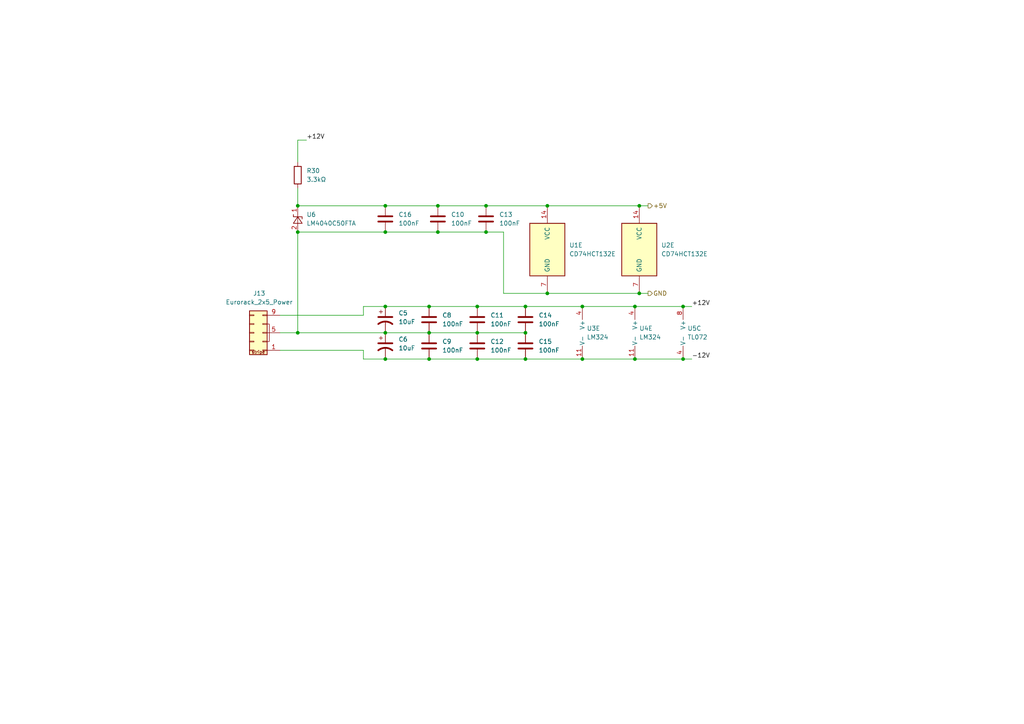
<source format=kicad_sch>
(kicad_sch (version 20250114) (generator "eeschema") (generator_version "9.0")
  (paper "A4")
  (title_block (title "ALU") (date "2025-04-06") (rev "v0.1") (company "Free Modular"))
  (lib_symbols
    (symbol "74xx:74HCT00" (pin_names (offset 1.016))
      (property "Reference" "U" (at 0 1.27 0))
      (property "Value" "74HCT00" (at 0 -1.27 0))
      (symbol "74HCT00_1_1"
        (arc (start 0 3.81) (mid 3.7934 0) (end 0 -3.81) (stroke (width 0.254)) (fill (type background)))
        (polyline (pts (xy 0 3.81) (xy -3.81 3.81) (xy -3.81 -3.81) (xy 0 -3.81)) (stroke (width 0.254)) (fill (type background)))
        (pin input line (at -7.62 2.54 0) (length 3.81) (name "~") (number "1"))
        (pin input line (at -7.62 -2.54 0) (length 3.81) (name "~") (number "2"))
        (pin output inverted (at 7.62 0 180) (length 3.81) (name "~") (number "3"))
      )
      (symbol "74HCT00_1_2"
        (arc (start -3.81 3.81) (mid -2.589 0) (end -3.81 -3.81) (stroke (width 0.254)))
        (polyline (pts (xy -3.81 3.81) (xy -0.635 3.81)) (stroke (width 0.254)) (fill (type background)))
        (polyline (pts (xy -3.81 -3.81) (xy -0.635 -3.81)) (stroke (width 0.254)) (fill (type background)))
        (arc (start 3.81 0) (mid 2.1855 -2.584) (end -0.6096 -3.81) (stroke (width 0.254)) (fill (type background)))
        (arc (start -0.6096 3.81) (mid 2.1928 2.5924) (end 3.81 0) (stroke (width 0.254)) (fill (type background)))
        (polyline (pts (xy -0.635 3.81) (xy -3.81 3.81) (xy -3.81 3.81) (xy -3.556 3.4036) (xy -3.0226 2.2606) (xy -2.6924 1.0414) (xy -2.6162 -0.254) (xy -2.7686 -1.4986) (xy -3.175 -2.7178) (xy -3.81 -3.81) (xy -3.81 -3.81) (xy -0.635 -3.81)) (stroke (width -25.4)) (fill (type background)))
        (pin input inverted (at -7.62 2.54 0) (length 4.318) (name "~") (number "1"))
        (pin input inverted (at -7.62 -2.54 0) (length 4.318) (name "~") (number "2"))
        (pin output line (at 7.62 0 180) (length 3.81) (name "~") (number "3"))
      )
      (symbol "74HCT00_2_1"
        (arc (start 0 3.81) (mid 3.7934 0) (end 0 -3.81) (stroke (width 0.254)) (fill (type background)))
        (polyline (pts (xy 0 3.81) (xy -3.81 3.81) (xy -3.81 -3.81) (xy 0 -3.81)) (stroke (width 0.254)) (fill (type background)))
        (pin input line (at -7.62 2.54 0) (length 3.81) (name "~") (number "4"))
        (pin input line (at -7.62 -2.54 0) (length 3.81) (name "~") (number "5"))
        (pin output inverted (at 7.62 0 180) (length 3.81) (name "~") (number "6"))
      )
      (symbol "74HCT00_2_2"
        (arc (start -3.81 3.81) (mid -2.589 0) (end -3.81 -3.81) (stroke (width 0.254)))
        (polyline (pts (xy -3.81 3.81) (xy -0.635 3.81)) (stroke (width 0.254)) (fill (type background)))
        (polyline (pts (xy -3.81 -3.81) (xy -0.635 -3.81)) (stroke (width 0.254)) (fill (type background)))
        (arc (start 3.81 0) (mid 2.1855 -2.584) (end -0.6096 -3.81) (stroke (width 0.254)) (fill (type background)))
        (arc (start -0.6096 3.81) (mid 2.1928 2.5924) (end 3.81 0) (stroke (width 0.254)) (fill (type background)))
        (polyline (pts (xy -0.635 3.81) (xy -3.81 3.81) (xy -3.81 3.81) (xy -3.556 3.4036) (xy -3.0226 2.2606) (xy -2.6924 1.0414) (xy -2.6162 -0.254) (xy -2.7686 -1.4986) (xy -3.175 -2.7178) (xy -3.81 -3.81) (xy -3.81 -3.81) (xy -0.635 -3.81)) (stroke (width -25.4)) (fill (type background)))
        (pin input inverted (at -7.62 2.54 0) (length 4.318) (name "~") (number "4"))
        (pin input inverted (at -7.62 -2.54 0) (length 4.318) (name "~") (number "5"))
        (pin output line (at 7.62 0 180) (length 3.81) (name "~") (number "6"))
      )
      (symbol "74HCT00_3_1"
        (arc (start 0 3.81) (mid 3.7934 0) (end 0 -3.81) (stroke (width 0.254)) (fill (type background)))
        (polyline (pts (xy 0 3.81) (xy -3.81 3.81) (xy -3.81 -3.81) (xy 0 -3.81)) (stroke (width 0.254)) (fill (type background)))
        (pin input line (at -7.62 2.54 0) (length 3.81) (name "~") (number "9"))
        (pin input line (at -7.62 -2.54 0) (length 3.81) (name "~") (number "10"))
        (pin output inverted (at 7.62 0 180) (length 3.81) (name "~") (number "8"))
      )
      (symbol "74HCT00_3_2"
        (arc (start -3.81 3.81) (mid -2.589 0) (end -3.81 -3.81) (stroke (width 0.254)))
        (polyline (pts (xy -3.81 3.81) (xy -0.635 3.81)) (stroke (width 0.254)) (fill (type background)))
        (polyline (pts (xy -3.81 -3.81) (xy -0.635 -3.81)) (stroke (width 0.254)) (fill (type background)))
        (arc (start 3.81 0) (mid 2.1855 -2.584) (end -0.6096 -3.81) (stroke (width 0.254)) (fill (type background)))
        (arc (start -0.6096 3.81) (mid 2.1928 2.5924) (end 3.81 0) (stroke (width 0.254)) (fill (type background)))
        (polyline (pts (xy -0.635 3.81) (xy -3.81 3.81) (xy -3.81 3.81) (xy -3.556 3.4036) (xy -3.0226 2.2606) (xy -2.6924 1.0414) (xy -2.6162 -0.254) (xy -2.7686 -1.4986) (xy -3.175 -2.7178) (xy -3.81 -3.81) (xy -3.81 -3.81) (xy -0.635 -3.81)) (stroke (width -25.4)) (fill (type background)))
        (pin input inverted (at -7.62 2.54 0) (length 4.318) (name "~") (number "9"))
        (pin input inverted (at -7.62 -2.54 0) (length 4.318) (name "~") (number "10"))
        (pin output line (at 7.62 0 180) (length 3.81) (name "~") (number "8"))
      )
      (symbol "74HCT00_4_1"
        (arc (start 0 3.81) (mid 3.7934 0) (end 0 -3.81) (stroke (width 0.254)) (fill (type background)))
        (polyline (pts (xy 0 3.81) (xy -3.81 3.81) (xy -3.81 -3.81) (xy 0 -3.81)) (stroke (width 0.254)) (fill (type background)))
        (pin input line (at -7.62 2.54 0) (length 3.81) (name "~") (number "12"))
        (pin input line (at -7.62 -2.54 0) (length 3.81) (name "~") (number "13"))
        (pin output inverted (at 7.62 0 180) (length 3.81) (name "~") (number "11"))
      )
      (symbol "74HCT00_4_2"
        (arc (start -3.81 3.81) (mid -2.589 0) (end -3.81 -3.81) (stroke (width 0.254)))
        (polyline (pts (xy -3.81 3.81) (xy -0.635 3.81)) (stroke (width 0.254)) (fill (type background)))
        (polyline (pts (xy -3.81 -3.81) (xy -0.635 -3.81)) (stroke (width 0.254)) (fill (type background)))
        (arc (start 3.81 0) (mid 2.1855 -2.584) (end -0.6096 -3.81) (stroke (width 0.254)) (fill (type background)))
        (arc (start -0.6096 3.81) (mid 2.1928 2.5924) (end 3.81 0) (stroke (width 0.254)) (fill (type background)))
        (polyline (pts (xy -0.635 3.81) (xy -3.81 3.81) (xy -3.81 3.81) (xy -3.556 3.4036) (xy -3.0226 2.2606) (xy -2.6924 1.0414) (xy -2.6162 -0.254) (xy -2.7686 -1.4986) (xy -3.175 -2.7178) (xy -3.81 -3.81) (xy -3.81 -3.81) (xy -0.635 -3.81)) (stroke (width -25.4)) (fill (type background)))
        (pin input inverted (at -7.62 2.54 0) (length 4.318) (name "~") (number "12"))
        (pin input inverted (at -7.62 -2.54 0) (length 4.318) (name "~") (number "13"))
        (pin output line (at 7.62 0 180) (length 3.81) (name "~") (number "11"))
      )
      (symbol "74HCT00_5_0"
        (pin power_in line (at 0 12.7 270) (length 5.08) (name "VCC") (number "14"))
        (pin power_in line (at 0 -12.7 90) (length 5.08) (name "GND") (number "7"))
      )
      (symbol "74HCT00_5_1"
        (rectangle (start -5.08 7.62) (end 5.08 -7.62) (stroke (width 0.254)) (fill (type background)))
      )
    )
    (symbol "Amplifier_Operational:LM324" (pin_names (offset 0.127))
      (property "Reference" "U" (at 0 5.08 0))
      (property "Value" "LM324" (at 0 -5.08 0))
      (symbol "LM324_1_1"
        (polyline (pts (xy -5.08 5.08) (xy 5.08 0) (xy -5.08 -5.08) (xy -5.08 5.08)) (stroke (width 0.254)) (fill (type background)))
        (pin input line (at -7.62 2.54 0) (length 2.54) (name "+") (number "3"))
        (pin input line (at -7.62 -2.54 0) (length 2.54) (name "-") (number "2"))
        (pin output line (at 7.62 0 180) (length 2.54) (name "~") (number "1"))
      )
      (symbol "LM324_2_1"
        (polyline (pts (xy -5.08 5.08) (xy 5.08 0) (xy -5.08 -5.08) (xy -5.08 5.08)) (stroke (width 0.254)) (fill (type background)))
        (pin input line (at -7.62 2.54 0) (length 2.54) (name "+") (number "5"))
        (pin input line (at -7.62 -2.54 0) (length 2.54) (name "-") (number "6"))
        (pin output line (at 7.62 0 180) (length 2.54) (name "~") (number "7"))
      )
      (symbol "LM324_3_1"
        (polyline (pts (xy -5.08 5.08) (xy 5.08 0) (xy -5.08 -5.08) (xy -5.08 5.08)) (stroke (width 0.254)) (fill (type background)))
        (pin input line (at -7.62 2.54 0) (length 2.54) (name "+") (number "10"))
        (pin input line (at -7.62 -2.54 0) (length 2.54) (name "-") (number "9"))
        (pin output line (at 7.62 0 180) (length 2.54) (name "~") (number "8"))
      )
      (symbol "LM324_4_1"
        (polyline (pts (xy -5.08 5.08) (xy 5.08 0) (xy -5.08 -5.08) (xy -5.08 5.08)) (stroke (width 0.254)) (fill (type background)))
        (pin input line (at -7.62 2.54 0) (length 2.54) (name "+") (number "12"))
        (pin input line (at -7.62 -2.54 0) (length 2.54) (name "-") (number "13"))
        (pin output line (at 7.62 0 180) (length 2.54) (name "~") (number "14"))
      )
      (symbol "LM324_5_1"
        (pin power_in line (at -2.54 7.62 270) (length 3.81) (name "V+") (number "4"))
        (pin power_in line (at -2.54 -7.62 90) (length 3.81) (name "V-") (number "11"))
      )
    )
    (symbol "Amplifier_Operational:TL072" (pin_names (offset 0.127))
      (property "Reference" "U" (at 0 5.08 0))
      (property "Value" "TL072" (at 0 -5.08 0))
      (symbol "TL072_1_1"
        (polyline (pts (xy -5.08 5.08) (xy 5.08 0) (xy -5.08 -5.08) (xy -5.08 5.08)) (stroke (width 0.254)) (fill (type background)))
        (pin input line (at -7.62 2.54 0) (length 2.54) (name "+") (number "3"))
        (pin input line (at -7.62 -2.54 0) (length 2.54) (name "-") (number "2"))
        (pin output line (at 7.62 0 180) (length 2.54) (name "~") (number "1"))
      )
      (symbol "TL072_2_1"
        (polyline (pts (xy -5.08 5.08) (xy 5.08 0) (xy -5.08 -5.08) (xy -5.08 5.08)) (stroke (width 0.254)) (fill (type background)))
        (pin input line (at -7.62 2.54 0) (length 2.54) (name "+") (number "5"))
        (pin input line (at -7.62 -2.54 0) (length 2.54) (name "-") (number "6"))
        (pin output line (at 7.62 0 180) (length 2.54) (name "~") (number "7"))
      )
      (symbol "TL072_3_1"
        (pin power_in line (at -2.54 7.62 270) (length 3.81) (name "V+") (number "8"))
        (pin power_in line (at -2.54 -7.62 90) (length 3.81) (name "V-") (number "4"))
      )
    )
    (symbol "Device:C" (pin_numbers (hide yes)) (pin_names (offset 0.254))
      (property "Reference" "C" (at 0.635 2.54 0))
      (property "Value" "C" (at 0.635 -2.54 0))
      (symbol "C_0_1"
        (polyline (pts (xy -2.032 0.762) (xy 2.032 0.762)) (stroke (width 0.508)))
        (polyline (pts (xy -2.032 -0.762) (xy 2.032 -0.762)) (stroke (width 0.508)))
      )
      (symbol "C_1_1"
        (pin passive line (at 0 3.81 270) (length 2.794) (name "~") (number "1"))
        (pin passive line (at 0 -3.81 90) (length 2.794) (name "~") (number "2"))
      )
    )
    (symbol "Device:C_Polarized_US" (pin_numbers (hide yes)) (pin_names (offset 0.254) (hide yes))
      (property "Reference" "C" (at 0.635 2.54 0))
      (property "Value" "C_Polarized_US" (at 0.635 -2.54 0))
      (symbol "C_Polarized_US_0_1"
        (polyline (pts (xy -2.032 0.762) (xy 2.032 0.762)) (stroke (width 0.508)))
        (polyline (pts (xy -1.778 2.286) (xy -0.762 2.286)))
        (polyline (pts (xy -1.27 1.778) (xy -1.27 2.794)))
        (arc (start -2.032 -1.27) (mid 0 -0.5572) (end 2.032 -1.27) (stroke (width 0.508)))
      )
      (symbol "C_Polarized_US_1_1"
        (pin passive line (at 0 3.81 270) (length 2.794) (name "~") (number "1"))
        (pin passive line (at 0 -3.81 90) (length 3.302) (name "~") (number "2"))
      )
    )
    (symbol "Device:R" (pin_numbers (hide yes)) (pin_names (offset 0))
      (property "Reference" "R" (at 2.032 0 90))
      (property "Value" "R" (at 0 0 90))
      (symbol "R_0_1"
        (rectangle (start -1.016 -2.54) (end 1.016 2.54) (stroke (width 0.254)))
      )
      (symbol "R_1_1"
        (pin passive line (at 0 3.81 270) (length 1.27) (name "~") (number "1"))
        (pin passive line (at 0 -3.81 90) (length 1.27) (name "~") (number "2"))
      )
    )
    (symbol "FreeModular:Eurorack_2x5_Power" (pin_names (offset 1.016) (hide yes))
      (property "Reference" "J7" (at -3.81 2.54 0))
      (property "Value" "Eurorack_2x5_Power" (at 5.08 -2.54 0))
      (symbol "Eurorack_2x5_Power_0_1"
        (polyline (pts (xy 2.54 -2.54) (xy 3.175 -2.54) (xy 3.175 2.54) (xy 2.54 2.54)))
      )
      (symbol "Eurorack_2x5_Power_1_1"
        (rectangle (start -2.54 4.953) (end -1.27 5.207) (stroke (width 0.1524)))
        (rectangle (start -2.54 2.413) (end -1.27 2.667) (stroke (width 0.1524)))
        (rectangle (start -2.54 -0.127) (end -1.27 0.127) (stroke (width 0.1524)))
        (rectangle (start -2.54 -2.667) (end -1.27 -2.413) (stroke (width 0.1524)))
        (rectangle (start -2.54 -5.207) (end -1.27 -4.953) (stroke (width 0.1524)))
        (rectangle (start 2.54 4.953) (end 1.27 5.207) (stroke (width 0.1524)))
        (rectangle (start 2.54 2.413) (end 1.27 2.667) (stroke (width 0.1524)))
        (rectangle (start 2.54 -0.127) (end 1.27 0.127) (stroke (width 0.1524)))
        (rectangle (start 2.54 -2.667) (end 1.27 -2.413) (stroke (width 0.1524)))
        (rectangle (start 2.54 -5.207) (end 1.27 -4.953) (stroke (width 0.1524)))
        (rectangle (start 2.54 -6.35) (end -2.54 6.35) (stroke (width 0.254)) (fill (type background)))
        (text "stripe" (at 0 -5.588 0) (effects (font (size 0.9 0.9))))
        (pin passive line (at 6.35 5.08 180) (length 3.81) (hide yes) (name "+12v") (number "10"))
        (pin power_out line (at 6.35 5.08 180) (length 3.81) (name "+12v") (number "9"))
        (pin passive line (at 6.35 0 180) (length 3.81) (hide yes) (name "GND") (number "3"))
        (pin passive line (at 6.35 0 180) (length 3.81) (hide yes) (name "GND") (number "4"))
        (pin passive line (at 6.35 0 180) (length 3.81) (name "GND") (number "5"))
        (pin passive line (at 6.35 0 180) (length 3.81) (hide yes) (name "GND") (number "6"))
        (pin passive line (at 6.35 0 180) (length 3.81) (hide yes) (name "GND") (number "7"))
        (pin passive line (at 6.35 0 180) (length 3.81) (hide yes) (name "GND") (number "8"))
        (pin power_out line (at 6.35 -5.08 180) (length 3.81) (name "-12v") (number "1"))
        (pin passive line (at 6.35 -5.08 180) (length 3.81) (hide yes) (name "-12v") (number "2"))
      )
    )
    (symbol "Reference_Voltage:LM4040DBZ-5" (pin_names (offset 0.0254) (hide yes))
      (property "Reference" "U" (at 0 2.54 0))
      (property "Value" "LM4040DBZ-5" (at 0 -3.175 0))
      (symbol "LM4040DBZ-5_0_1"
        (polyline (pts (xy -1.27 0) (xy 0 0) (xy 1.27 0)))
        (polyline (pts (xy -1.27 -1.27) (xy 0.635 0) (xy -1.27 1.27) (xy -1.27 -1.27)) (stroke (width 0.2032)))
        (polyline (pts (xy 0 -1.27) (xy 0.635 -1.27) (xy 0.635 1.27) (xy 1.27 1.27)) (stroke (width 0.2032)))
      )
      (symbol "LM4040DBZ-5_1_1"
        (pin passive line (at -3.81 0 0) (length 2.54) (name "A") (number "2"))
        (pin no_connect line (at -1.27 0 0) (length 2.54) (hide yes) (name "NC") (number "3"))
        (pin passive line (at 3.81 0 180) (length 2.54) (name "K") (number "1"))
      )
    )
  )
  (junction (at 124.46 96.52))
  (junction (at 124.46 88.9))
  (junction (at 158.75 59.69))
  (junction (at 111.76 104.14))
  (junction (at 127 67.31))
  (junction (at 138.43 104.14))
  (junction (at 185.42 85.09))
  (junction (at 140.97 59.69))
  (junction (at 111.76 67.31))
  (junction (at 184.15 88.9))
  (junction (at 152.4 96.52))
  (junction (at 140.97 67.31))
  (junction (at 168.91 104.14))
  (junction (at 138.43 88.9))
  (junction (at 158.75 85.09))
  (junction (at 111.76 88.9))
  (junction (at 198.12 104.14))
  (junction (at 111.76 59.69))
  (junction (at 86.36 96.52))
  (junction (at 152.4 104.14))
  (junction (at 124.46 104.14))
  (junction (at 111.76 96.52))
  (junction (at 184.15 104.14))
  (junction (at 152.4 88.9))
  (junction (at 185.42 59.69))
  (junction (at 198.12 88.9))
  (junction (at 86.36 59.69))
  (junction (at 138.43 96.52))
  (junction (at 127 59.69))
  (junction (at 86.36 67.31))
  (junction (at 168.91 88.9))
  (wire (pts (xy 105.41 104.14) (xy 105.41 101.6)))
  (wire (pts (xy 124.46 96.52) (xy 138.43 96.52)))
  (wire (pts (xy 124.46 104.14) (xy 138.43 104.14)))
  (wire (pts (xy 184.15 88.9) (xy 198.12 88.9)))
  (wire (pts (xy 140.97 67.31) (xy 146.05 67.31)))
  (wire (pts (xy 111.76 96.52) (xy 124.46 96.52)))
  (wire (pts (xy 200.66 104.14) (xy 198.12 104.14)))
  (wire (pts (xy 158.75 85.09) (xy 146.05 85.09)))
  (wire (pts (xy 184.15 104.14) (xy 198.12 104.14)))
  (wire (pts (xy 81.28 91.44) (xy 105.41 91.44)))
  (wire (pts (xy 86.36 67.31) (xy 86.36 96.52)))
  (wire (pts (xy 127 67.31) (xy 140.97 67.31)))
  (wire (pts (xy 158.75 85.09) (xy 185.42 85.09)))
  (wire (pts (xy 127 59.69) (xy 140.97 59.69)))
  (wire (pts (xy 86.36 46.99) (xy 86.36 40.64)))
  (wire (pts (xy 152.4 104.14) (xy 168.91 104.14)))
  (wire (pts (xy 86.36 96.52) (xy 111.76 96.52)))
  (wire (pts (xy 187.96 59.69) (xy 185.42 59.69)))
  (wire (pts (xy 187.96 85.09) (xy 185.42 85.09)))
  (wire (pts (xy 111.76 104.14) (xy 124.46 104.14)))
  (wire (pts (xy 152.4 88.9) (xy 168.91 88.9)))
  (wire (pts (xy 86.36 59.69) (xy 111.76 59.69)))
  (wire (pts (xy 105.41 104.14) (xy 111.76 104.14)))
  (wire (pts (xy 138.43 96.52) (xy 152.4 96.52)))
  (wire (pts (xy 140.97 59.69) (xy 158.75 59.69)))
  (wire (pts (xy 86.36 54.61) (xy 86.36 59.69)))
  (wire (pts (xy 138.43 88.9) (xy 152.4 88.9)))
  (wire (pts (xy 198.12 88.9) (xy 200.66 88.9)))
  (wire (pts (xy 146.05 85.09) (xy 146.05 67.31)))
  (wire (pts (xy 81.28 96.52) (xy 86.36 96.52)))
  (wire (pts (xy 168.91 88.9) (xy 184.15 88.9)))
  (wire (pts (xy 111.76 59.69) (xy 127 59.69)))
  (wire (pts (xy 168.91 104.14) (xy 184.15 104.14)))
  (wire (pts (xy 158.75 59.69) (xy 185.42 59.69)))
  (wire (pts (xy 111.76 67.31) (xy 127 67.31)))
  (wire (pts (xy 105.41 101.6) (xy 81.28 101.6)))
  (wire (pts (xy 111.76 88.9) (xy 124.46 88.9)))
  (wire (pts (xy 105.41 91.44) (xy 105.41 88.9)))
  (wire (pts (xy 138.43 104.14) (xy 152.4 104.14)))
  (wire (pts (xy 86.36 40.64) (xy 88.9 40.64)))
  (wire (pts (xy 105.41 88.9) (xy 111.76 88.9)))
  (wire (pts (xy 86.36 67.31) (xy 111.76 67.31)))
  (wire (pts (xy 124.46 88.9) (xy 138.43 88.9)))
  (label "+12V" (at 88.9 40.64 0))
  (label "-12V" (at 200.66 104.14 0))
  (label "+12V" (at 200.66 88.9 0))
  (hierarchical_label "GND" (shape output) (at 187.96 85.09 0))
  (hierarchical_label "+5V" (shape output) (at 187.96 59.69 0))
  (symbol (lib_id "Device:C") (at 152.4 100.33 0) (unit 1)
    (property "Reference" "C15" (at 156.21 99.0599 0) (effects (justify left)))
    (property "Value" "100nF" (at 156.21 101.5999 0) (effects (justify left)))
    (property "Footprint" "Capacitor_SMD:C_0805_2012Metric_Pad1.18x1.45mm_HandSolder" (effects (hide yes)))
    (property "Description" "Unpolarized capacitor" (effects (hide yes)))
    (property "JLC" "C29926" (effects (hide yes)))
  )
  (symbol (lib_id "Device:C") (at 111.76 63.5 0) (unit 1)
    (property "Reference" "C16" (at 115.57 62.2299 0) (effects (justify left)))
    (property "Value" "100nF" (at 115.57 64.7699 0) (effects (justify left)))
    (property "Footprint" "Capacitor_SMD:C_0805_2012Metric_Pad1.18x1.45mm_HandSolder" (effects (hide yes)))
    (property "Description" "Unpolarized capacitor" (effects (hide yes)))
    (property "JLC" "C29926" (effects (hide yes)))
  )
  (symbol (lib_id "74xx:74HCT00") (at 158.75 72.39 0) (unit 5)
    (property "Reference" "U1" (at 165.1 71.1199 0) (effects (justify left)))
    (property "Value" "CD74HCT132E" (at 165.1 73.6599 0) (effects (justify left)))
    (property "Footprint" "Package_SO:SOIC-14_3.9x8.7mm_P1.27mm" (effects (hide yes)))
    (property "Datasheet" "https://www.ti.com/lit/ds/symlink/cd74hc132.pdf" (effects (hide yes)))
    (property "Description" "quad 2-input NAND gate" (effects (hide yes)))
    (property "JLC" "C484714" (effects (hide yes)))
  )
  (symbol (lib_id "Device:C_Polarized_US") (at 111.76 100.33 0) (unit 1)
    (property "Reference" "C6" (at 115.57 98.4249 0) (effects (justify left)))
    (property "Value" "10uF" (at 115.57 100.9649 0) (effects (justify left)))
    (property "Footprint" "Capacitor_SMD:CP_Elec_4x5.4" (effects (hide yes)))
    (property "Description" "Polarized capacitor, US symbol" (effects (hide yes)))
    (property "JLC" "C3343" (effects (hide yes)))
  )
  (symbol (lib_id "Device:C_Polarized_US") (at 111.76 92.71 0) (unit 1)
    (property "Reference" "C5" (at 115.57 90.8049 0) (effects (justify left)))
    (property "Value" "10uF" (at 115.57 93.3449 0) (effects (justify left)))
    (property "Footprint" "Capacitor_SMD:CP_Elec_4x5.4" (effects (hide yes)))
    (property "Description" "Polarized capacitor, US symbol" (effects (hide yes)))
    (property "JLC" "C3343" (effects (hide yes)))
  )
  (symbol (lib_id "Device:C") (at 138.43 100.33 0) (unit 1)
    (property "Reference" "C12" (at 142.24 99.0599 0) (effects (justify left)))
    (property "Value" "100nF" (at 142.24 101.5999 0) (effects (justify left)))
    (property "Footprint" "Capacitor_SMD:C_0805_2012Metric_Pad1.18x1.45mm_HandSolder" (effects (hide yes)))
    (property "Description" "Unpolarized capacitor" (effects (hide yes)))
    (property "JLC" "C29926" (effects (hide yes)))
  )
  (symbol (lib_id "Device:C") (at 152.4 92.71 0) (unit 1)
    (property "Reference" "C14" (at 156.21 91.4399 0) (effects (justify left)))
    (property "Value" "100nF" (at 156.21 93.9799 0) (effects (justify left)))
    (property "Footprint" "Capacitor_SMD:C_0805_2012Metric_Pad1.18x1.45mm_HandSolder" (effects (hide yes)))
    (property "Description" "Unpolarized capacitor" (effects (hide yes)))
    (property "JLC" "C29926" (effects (hide yes)))
  )
  (symbol (lib_id "Amplifier_Operational:TL072") (at 200.66 96.52 0) (unit 3)
    (property "Reference" "U5" (at 199.39 95.2499 0) (effects (justify left)))
    (property "Value" "TL072" (at 199.39 97.7899 0) (effects (justify left)))
    (property "Footprint" "Package_SO:SOP-8_3.9x4.9mm_P1.27mm" (effects (hide yes)))
    (property "Datasheet" "http://www.ti.com/lit/ds/symlink/tl071.pdf" (effects (hide yes)))
    (property "Description" "Dual Low-Noise JFET-Input Operational Amplifiers, DIP-8/SOIC-8" (effects (hide yes)))
    (property "JLC" "C5310783" (effects (hide yes)))
  )
  (symbol (lib_id "74xx:74HCT00") (at 185.42 72.39 0) (unit 5)
    (property "Reference" "U2" (at 191.77 71.1199 0) (effects (justify left)))
    (property "Value" "CD74HCT132E" (at 191.77 73.6599 0) (effects (justify left)))
    (property "Footprint" "Package_SO:SOIC-14_3.9x8.7mm_P1.27mm" (effects (hide yes)))
    (property "Datasheet" "https://www.ti.com/lit/ds/symlink/cd74hc132.pdf" (effects (hide yes)))
    (property "Description" "quad 2-input NAND gate" (effects (hide yes)))
    (property "JLC" "C484714" (effects (hide yes)))
  )
  (symbol (lib_id "Device:C") (at 138.43 92.71 0) (unit 1)
    (property "Reference" "C11" (at 142.24 91.4399 0) (effects (justify left)))
    (property "Value" "100nF" (at 142.24 93.9799 0) (effects (justify left)))
    (property "Footprint" "Capacitor_SMD:C_0805_2012Metric_Pad1.18x1.45mm_HandSolder" (effects (hide yes)))
    (property "Description" "Unpolarized capacitor" (effects (hide yes)))
    (property "JLC" "C29926" (effects (hide yes)))
  )
  (symbol (lib_id "Amplifier_Operational:LM324") (at 186.69 96.52 0) (unit 5)
    (property "Reference" "U4" (at 185.42 95.2499 0) (effects (justify left)))
    (property "Value" "LM324" (at 185.42 97.7899 0) (effects (justify left)))
    (property "Footprint" "Package_SO:SOIC-14_3.9x8.7mm_P1.27mm" (effects (hide yes)))
    (property "Datasheet" "http://www.ti.com/lit/ds/symlink/lm2902-n.pdf" (effects (hide yes)))
    (property "Description" "Low-Power, Quad-Operational Amplifiers, DIP-14/SOIC-14/SSOP-14" (effects (hide yes)))
    (property "JLC" "C7943" (effects (hide yes)))
  )
  (symbol (lib_id "Device:R") (at 86.36 50.8 180) (unit 1)
    (property "Reference" "R30" (at 88.9 49.5299 0) (effects (justify right)))
    (property "Value" "3.3kΩ" (at 88.9 52.0699 0) (effects (justify right)))
    (property "Footprint" "Resistor_SMD:R_0805_2012Metric_Pad1.20x1.40mm_HandSolder" (effects (hide yes)))
    (property "Description" "Resistor" (effects (hide yes)))
    (property "JLC" "C26010" (effects (hide yes)))
  )
  (symbol (lib_id "Device:C") (at 124.46 92.71 0) (unit 1)
    (property "Reference" "C8" (at 128.27 91.4399 0) (effects (justify left)))
    (property "Value" "100nF" (at 128.27 93.9799 0) (effects (justify left)))
    (property "Footprint" "Capacitor_SMD:C_0805_2012Metric_Pad1.18x1.45mm_HandSolder" (effects (hide yes)))
    (property "Description" "Unpolarized capacitor" (effects (hide yes)))
    (property "JLC" "C29926" (effects (hide yes)))
  )
  (symbol (lib_id "Reference_Voltage:LM4040DBZ-5") (at 86.36 63.5 90) (unit 1)
    (property "Reference" "U6" (at 88.9 62.2299 90) (effects (justify right)))
    (property "Value" "LM4040C50FTA" (at 88.9 64.7699 90) (effects (justify right)))
    (property "Footprint" "Package_TO_SOT_SMD:SOT-23" (effects (hide yes)))
    (property "Datasheet" "http://www.ti.com/lit/ds/symlink/lm4040-n.pdf" (effects (hide yes)))
    (property "Description" "5.000V Precision Micropower Shunt Voltage Reference, SOT-23" (effects (hide yes)))
    (property "JLC" "C156291" (effects (hide yes)))
  )
  (symbol (lib_id "Amplifier_Operational:LM324") (at 171.45 96.52 0) (unit 5)
    (property "Reference" "U3" (at 170.18 95.2499 0) (effects (justify left)))
    (property "Value" "LM324" (at 170.18 97.7899 0) (effects (justify left)))
    (property "Footprint" "Package_SO:SOIC-14_3.9x8.7mm_P1.27mm" (effects (hide yes)))
    (property "Datasheet" "http://www.ti.com/lit/ds/symlink/lm2902-n.pdf" (effects (hide yes)))
    (property "Description" "Low-Power, Quad-Operational Amplifiers, DIP-14/SOIC-14/SSOP-14" (effects (hide yes)))
    (property "JLC" "C7943" (effects (hide yes)))
  )
  (symbol (lib_id "Device:C") (at 124.46 100.33 0) (unit 1)
    (property "Reference" "C9" (at 128.27 99.0599 0) (effects (justify left)))
    (property "Value" "100nF" (at 128.27 101.5999 0) (effects (justify left)))
    (property "Footprint" "Capacitor_SMD:C_0805_2012Metric_Pad1.18x1.45mm_HandSolder" (effects (hide yes)))
    (property "Description" "Unpolarized capacitor" (effects (hide yes)))
    (property "JLC" "C29926" (effects (hide yes)))
  )
  (symbol (lib_id "Device:C") (at 140.97 63.5 0) (unit 1)
    (property "Reference" "C13" (at 144.78 62.2299 0) (effects (justify left)))
    (property "Value" "100nF" (at 144.78 64.7699 0) (effects (justify left)))
    (property "Footprint" "Capacitor_SMD:C_0805_2012Metric_Pad1.18x1.45mm_HandSolder" (effects (hide yes)))
    (property "Description" "Unpolarized capacitor" (effects (hide yes)))
    (property "JLC" "C29926" (effects (hide yes)))
  )
  (symbol (lib_id "FreeModular:Eurorack_2x5_Power") (at 74.93 96.52 0) (unit 1) (in_bom no)
    (property "Reference" "J13" (at 75.184 85.09 0))
    (property "Value" "Eurorack_2x5_Power" (at 75.184 87.63 0))
    (property "Footprint" "Connector_IDC:IDC-Header_2x05_P2.54mm_Vertical" (effects (hide yes)))
    (property "Description" "Generic connector, double row, 02x05, odd/even pin numbering scheme (row 1 odd numbers, row 2 even numbers)" (effects (hide yes)))
  )
  (symbol (lib_id "Device:C") (at 127 63.5 0) (unit 1)
    (property "Reference" "C10" (at 130.81 62.2299 0) (effects (justify left)))
    (property "Value" "100nF" (at 130.81 64.7699 0) (effects (justify left)))
    (property "Footprint" "Capacitor_SMD:C_0805_2012Metric_Pad1.18x1.45mm_HandSolder" (effects (hide yes)))
    (property "Description" "Unpolarized capacitor" (effects (hide yes)))
    (property "JLC" "C29926" (effects (hide yes)))
  )
)
</source>
